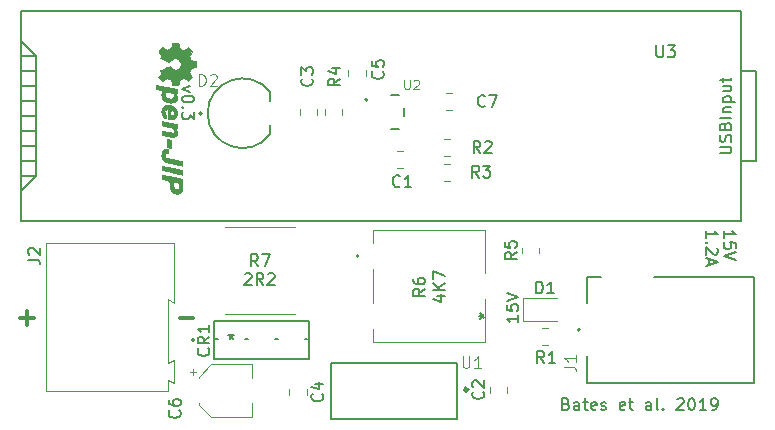
<source format=gbr>
%TF.GenerationSoftware,KiCad,Pcbnew,(6.0.7-1)-1*%
%TF.CreationDate,2022-10-05T22:32:41+11:00*%
%TF.ProjectId,open_jip,6f70656e-5f6a-4697-902e-6b696361645f,rev?*%
%TF.SameCoordinates,Original*%
%TF.FileFunction,Legend,Top*%
%TF.FilePolarity,Positive*%
%FSLAX46Y46*%
G04 Gerber Fmt 4.6, Leading zero omitted, Abs format (unit mm)*
G04 Created by KiCad (PCBNEW (6.0.7-1)-1) date 2022-10-05 22:32:41*
%MOMM*%
%LPD*%
G01*
G04 APERTURE LIST*
%ADD10C,0.300000*%
%ADD11C,0.150000*%
%ADD12C,0.100000*%
%ADD13C,0.120000*%
%ADD14C,0.152400*%
%ADD15C,0.127000*%
%ADD16C,0.200000*%
%ADD17C,0.010000*%
G04 APERTURE END LIST*
D10*
X143178571Y-99357142D02*
X144321428Y-99357142D01*
D11*
X187747619Y-92542857D02*
X187747619Y-91971428D01*
X187747619Y-92257142D02*
X188747619Y-92257142D01*
X188604761Y-92161904D01*
X188509523Y-92066666D01*
X188461904Y-91971428D01*
X187842857Y-92971428D02*
X187795238Y-93019047D01*
X187747619Y-92971428D01*
X187795238Y-92923809D01*
X187842857Y-92971428D01*
X187747619Y-92971428D01*
X188652380Y-93400000D02*
X188700000Y-93447619D01*
X188747619Y-93542857D01*
X188747619Y-93780952D01*
X188700000Y-93876190D01*
X188652380Y-93923809D01*
X188557142Y-93971428D01*
X188461904Y-93971428D01*
X188319047Y-93923809D01*
X187747619Y-93352380D01*
X187747619Y-93971428D01*
X188033333Y-94352380D02*
X188033333Y-94828571D01*
X187747619Y-94257142D02*
X188747619Y-94590476D01*
X187747619Y-94923809D01*
X144058285Y-79695428D02*
X143391619Y-79933523D01*
X144058285Y-80171619D01*
X144391619Y-80743047D02*
X144391619Y-80838285D01*
X144344000Y-80933523D01*
X144296380Y-80981142D01*
X144201142Y-81028761D01*
X144010666Y-81076380D01*
X143772571Y-81076380D01*
X143582095Y-81028761D01*
X143486857Y-80981142D01*
X143439238Y-80933523D01*
X143391619Y-80838285D01*
X143391619Y-80743047D01*
X143439238Y-80647809D01*
X143486857Y-80600190D01*
X143582095Y-80552571D01*
X143772571Y-80504952D01*
X144010666Y-80504952D01*
X144201142Y-80552571D01*
X144296380Y-80600190D01*
X144344000Y-80647809D01*
X144391619Y-80743047D01*
X143486857Y-81504952D02*
X143439238Y-81552571D01*
X143391619Y-81504952D01*
X143439238Y-81457333D01*
X143486857Y-81504952D01*
X143391619Y-81504952D01*
X144391619Y-81885904D02*
X144391619Y-82504952D01*
X144010666Y-82171619D01*
X144010666Y-82314476D01*
X143963047Y-82409714D01*
X143915428Y-82457333D01*
X143820190Y-82504952D01*
X143582095Y-82504952D01*
X143486857Y-82457333D01*
X143439238Y-82409714D01*
X143391619Y-82314476D01*
X143391619Y-82028761D01*
X143439238Y-81933523D01*
X143486857Y-81885904D01*
X175903714Y-106608571D02*
X176046571Y-106656190D01*
X176094190Y-106703809D01*
X176141809Y-106799047D01*
X176141809Y-106941904D01*
X176094190Y-107037142D01*
X176046571Y-107084761D01*
X175951333Y-107132380D01*
X175570380Y-107132380D01*
X175570380Y-106132380D01*
X175903714Y-106132380D01*
X175998952Y-106180000D01*
X176046571Y-106227619D01*
X176094190Y-106322857D01*
X176094190Y-106418095D01*
X176046571Y-106513333D01*
X175998952Y-106560952D01*
X175903714Y-106608571D01*
X175570380Y-106608571D01*
X176998952Y-107132380D02*
X176998952Y-106608571D01*
X176951333Y-106513333D01*
X176856095Y-106465714D01*
X176665619Y-106465714D01*
X176570380Y-106513333D01*
X176998952Y-107084761D02*
X176903714Y-107132380D01*
X176665619Y-107132380D01*
X176570380Y-107084761D01*
X176522761Y-106989523D01*
X176522761Y-106894285D01*
X176570380Y-106799047D01*
X176665619Y-106751428D01*
X176903714Y-106751428D01*
X176998952Y-106703809D01*
X177332285Y-106465714D02*
X177713238Y-106465714D01*
X177475142Y-106132380D02*
X177475142Y-106989523D01*
X177522761Y-107084761D01*
X177618000Y-107132380D01*
X177713238Y-107132380D01*
X178427523Y-107084761D02*
X178332285Y-107132380D01*
X178141809Y-107132380D01*
X178046571Y-107084761D01*
X177998952Y-106989523D01*
X177998952Y-106608571D01*
X178046571Y-106513333D01*
X178141809Y-106465714D01*
X178332285Y-106465714D01*
X178427523Y-106513333D01*
X178475142Y-106608571D01*
X178475142Y-106703809D01*
X177998952Y-106799047D01*
X178856095Y-107084761D02*
X178951333Y-107132380D01*
X179141809Y-107132380D01*
X179237047Y-107084761D01*
X179284666Y-106989523D01*
X179284666Y-106941904D01*
X179237047Y-106846666D01*
X179141809Y-106799047D01*
X178998952Y-106799047D01*
X178903714Y-106751428D01*
X178856095Y-106656190D01*
X178856095Y-106608571D01*
X178903714Y-106513333D01*
X178998952Y-106465714D01*
X179141809Y-106465714D01*
X179237047Y-106513333D01*
X180856095Y-107084761D02*
X180760857Y-107132380D01*
X180570380Y-107132380D01*
X180475142Y-107084761D01*
X180427523Y-106989523D01*
X180427523Y-106608571D01*
X180475142Y-106513333D01*
X180570380Y-106465714D01*
X180760857Y-106465714D01*
X180856095Y-106513333D01*
X180903714Y-106608571D01*
X180903714Y-106703809D01*
X180427523Y-106799047D01*
X181189428Y-106465714D02*
X181570380Y-106465714D01*
X181332285Y-106132380D02*
X181332285Y-106989523D01*
X181379904Y-107084761D01*
X181475142Y-107132380D01*
X181570380Y-107132380D01*
X183094190Y-107132380D02*
X183094190Y-106608571D01*
X183046571Y-106513333D01*
X182951333Y-106465714D01*
X182760857Y-106465714D01*
X182665619Y-106513333D01*
X183094190Y-107084761D02*
X182998952Y-107132380D01*
X182760857Y-107132380D01*
X182665619Y-107084761D01*
X182618000Y-106989523D01*
X182618000Y-106894285D01*
X182665619Y-106799047D01*
X182760857Y-106751428D01*
X182998952Y-106751428D01*
X183094190Y-106703809D01*
X183713238Y-107132380D02*
X183618000Y-107084761D01*
X183570380Y-106989523D01*
X183570380Y-106132380D01*
X184094190Y-107037142D02*
X184141809Y-107084761D01*
X184094190Y-107132380D01*
X184046571Y-107084761D01*
X184094190Y-107037142D01*
X184094190Y-107132380D01*
X185284666Y-106227619D02*
X185332285Y-106180000D01*
X185427523Y-106132380D01*
X185665619Y-106132380D01*
X185760857Y-106180000D01*
X185808476Y-106227619D01*
X185856095Y-106322857D01*
X185856095Y-106418095D01*
X185808476Y-106560952D01*
X185237047Y-107132380D01*
X185856095Y-107132380D01*
X186475142Y-106132380D02*
X186570380Y-106132380D01*
X186665619Y-106180000D01*
X186713238Y-106227619D01*
X186760857Y-106322857D01*
X186808476Y-106513333D01*
X186808476Y-106751428D01*
X186760857Y-106941904D01*
X186713238Y-107037142D01*
X186665619Y-107084761D01*
X186570380Y-107132380D01*
X186475142Y-107132380D01*
X186379904Y-107084761D01*
X186332285Y-107037142D01*
X186284666Y-106941904D01*
X186237047Y-106751428D01*
X186237047Y-106513333D01*
X186284666Y-106322857D01*
X186332285Y-106227619D01*
X186379904Y-106180000D01*
X186475142Y-106132380D01*
X187760857Y-107132380D02*
X187189428Y-107132380D01*
X187475142Y-107132380D02*
X187475142Y-106132380D01*
X187379904Y-106275238D01*
X187284666Y-106370476D01*
X187189428Y-106418095D01*
X188237047Y-107132380D02*
X188427523Y-107132380D01*
X188522761Y-107084761D01*
X188570380Y-107037142D01*
X188665619Y-106894285D01*
X188713238Y-106703809D01*
X188713238Y-106322857D01*
X188665619Y-106227619D01*
X188617999Y-106180000D01*
X188522761Y-106132380D01*
X188332285Y-106132380D01*
X188237047Y-106180000D01*
X188189428Y-106227619D01*
X188141809Y-106322857D01*
X188141809Y-106560952D01*
X188189428Y-106656190D01*
X188237047Y-106703809D01*
X188332285Y-106751428D01*
X188522761Y-106751428D01*
X188617999Y-106703809D01*
X188665619Y-106656190D01*
X188713238Y-106560952D01*
D10*
X129678571Y-99357142D02*
X130821428Y-99357142D01*
X130250000Y-99928571D02*
X130250000Y-98785714D01*
D11*
X171852380Y-99119047D02*
X171852380Y-99690476D01*
X171852380Y-99404761D02*
X170852380Y-99404761D01*
X170995238Y-99500000D01*
X171090476Y-99595238D01*
X171138095Y-99690476D01*
X170852380Y-98214285D02*
X170852380Y-98690476D01*
X171328571Y-98738095D01*
X171280952Y-98690476D01*
X171233333Y-98595238D01*
X171233333Y-98357142D01*
X171280952Y-98261904D01*
X171328571Y-98214285D01*
X171423809Y-98166666D01*
X171661904Y-98166666D01*
X171757142Y-98214285D01*
X171804761Y-98261904D01*
X171852380Y-98357142D01*
X171852380Y-98595238D01*
X171804761Y-98690476D01*
X171757142Y-98738095D01*
X170852380Y-97880952D02*
X171852380Y-97547619D01*
X170852380Y-97214285D01*
X189247619Y-92530952D02*
X189247619Y-91959523D01*
X189247619Y-92245238D02*
X190247619Y-92245238D01*
X190104761Y-92150000D01*
X190009523Y-92054761D01*
X189961904Y-91959523D01*
X190247619Y-93435714D02*
X190247619Y-92959523D01*
X189771428Y-92911904D01*
X189819047Y-92959523D01*
X189866666Y-93054761D01*
X189866666Y-93292857D01*
X189819047Y-93388095D01*
X189771428Y-93435714D01*
X189676190Y-93483333D01*
X189438095Y-93483333D01*
X189342857Y-93435714D01*
X189295238Y-93388095D01*
X189247619Y-93292857D01*
X189247619Y-93054761D01*
X189295238Y-92959523D01*
X189342857Y-92911904D01*
X190247619Y-93769047D02*
X189247619Y-94102380D01*
X190247619Y-94435714D01*
%TO.C,D1*%
X173361904Y-97252380D02*
X173361904Y-96252380D01*
X173600000Y-96252380D01*
X173742857Y-96300000D01*
X173838095Y-96395238D01*
X173885714Y-96490476D01*
X173933333Y-96680952D01*
X173933333Y-96823809D01*
X173885714Y-97014285D01*
X173838095Y-97109523D01*
X173742857Y-97204761D01*
X173600000Y-97252380D01*
X173361904Y-97252380D01*
X174885714Y-97252380D02*
X174314285Y-97252380D01*
X174600000Y-97252380D02*
X174600000Y-96252380D01*
X174504761Y-96395238D01*
X174409523Y-96490476D01*
X174314285Y-96538095D01*
%TO.C,R1*%
X174033333Y-103152380D02*
X173700000Y-102676190D01*
X173461904Y-103152380D02*
X173461904Y-102152380D01*
X173842857Y-102152380D01*
X173938095Y-102200000D01*
X173985714Y-102247619D01*
X174033333Y-102342857D01*
X174033333Y-102485714D01*
X173985714Y-102580952D01*
X173938095Y-102628571D01*
X173842857Y-102676190D01*
X173461904Y-102676190D01*
X174985714Y-103152380D02*
X174414285Y-103152380D01*
X174700000Y-103152380D02*
X174700000Y-102152380D01*
X174604761Y-102295238D01*
X174509523Y-102390476D01*
X174414285Y-102438095D01*
%TO.C,C2*%
X168857142Y-105576666D02*
X168904761Y-105624285D01*
X168952380Y-105767142D01*
X168952380Y-105862380D01*
X168904761Y-106005238D01*
X168809523Y-106100476D01*
X168714285Y-106148095D01*
X168523809Y-106195714D01*
X168380952Y-106195714D01*
X168190476Y-106148095D01*
X168095238Y-106100476D01*
X168000000Y-106005238D01*
X167952380Y-105862380D01*
X167952380Y-105767142D01*
X168000000Y-105624285D01*
X168047619Y-105576666D01*
X168047619Y-105195714D02*
X168000000Y-105148095D01*
X167952380Y-105052857D01*
X167952380Y-104814761D01*
X168000000Y-104719523D01*
X168047619Y-104671904D01*
X168142857Y-104624285D01*
X168238095Y-104624285D01*
X168380952Y-104671904D01*
X168952380Y-105243333D01*
X168952380Y-104624285D01*
%TO.C,C4*%
X155237142Y-105766666D02*
X155284761Y-105814285D01*
X155332380Y-105957142D01*
X155332380Y-106052380D01*
X155284761Y-106195238D01*
X155189523Y-106290476D01*
X155094285Y-106338095D01*
X154903809Y-106385714D01*
X154760952Y-106385714D01*
X154570476Y-106338095D01*
X154475238Y-106290476D01*
X154380000Y-106195238D01*
X154332380Y-106052380D01*
X154332380Y-105957142D01*
X154380000Y-105814285D01*
X154427619Y-105766666D01*
X154665714Y-104909523D02*
X155332380Y-104909523D01*
X154284761Y-105147619D02*
X154999047Y-105385714D01*
X154999047Y-104766666D01*
%TO.C,C6*%
X143157142Y-107166666D02*
X143204761Y-107214285D01*
X143252380Y-107357142D01*
X143252380Y-107452380D01*
X143204761Y-107595238D01*
X143109523Y-107690476D01*
X143014285Y-107738095D01*
X142823809Y-107785714D01*
X142680952Y-107785714D01*
X142490476Y-107738095D01*
X142395238Y-107690476D01*
X142300000Y-107595238D01*
X142252380Y-107452380D01*
X142252380Y-107357142D01*
X142300000Y-107214285D01*
X142347619Y-107166666D01*
X142252380Y-106309523D02*
X142252380Y-106500000D01*
X142300000Y-106595238D01*
X142347619Y-106642857D01*
X142490476Y-106738095D01*
X142680952Y-106785714D01*
X143061904Y-106785714D01*
X143157142Y-106738095D01*
X143204761Y-106690476D01*
X143252380Y-106595238D01*
X143252380Y-106404761D01*
X143204761Y-106309523D01*
X143157142Y-106261904D01*
X143061904Y-106214285D01*
X142823809Y-106214285D01*
X142728571Y-106261904D01*
X142680952Y-106309523D01*
X142633333Y-106404761D01*
X142633333Y-106595238D01*
X142680952Y-106690476D01*
X142728571Y-106738095D01*
X142823809Y-106785714D01*
%TO.C,CR1*%
X145606142Y-101916666D02*
X145653761Y-101964285D01*
X145701380Y-102107142D01*
X145701380Y-102202380D01*
X145653761Y-102345238D01*
X145558523Y-102440476D01*
X145463285Y-102488095D01*
X145272809Y-102535714D01*
X145129952Y-102535714D01*
X144939476Y-102488095D01*
X144844238Y-102440476D01*
X144749000Y-102345238D01*
X144701380Y-102202380D01*
X144701380Y-102107142D01*
X144749000Y-101964285D01*
X144796619Y-101916666D01*
X145701380Y-100916666D02*
X145225190Y-101250000D01*
X145701380Y-101488095D02*
X144701380Y-101488095D01*
X144701380Y-101107142D01*
X144749000Y-101011904D01*
X144796619Y-100964285D01*
X144891857Y-100916666D01*
X145034714Y-100916666D01*
X145129952Y-100964285D01*
X145177571Y-101011904D01*
X145225190Y-101107142D01*
X145225190Y-101488095D01*
X145701380Y-99964285D02*
X145701380Y-100535714D01*
X145701380Y-100250000D02*
X144701380Y-100250000D01*
X144844238Y-100345238D01*
X144939476Y-100440476D01*
X144987095Y-100535714D01*
X147549000Y-100652380D02*
X147549000Y-100890476D01*
X147310904Y-100795238D02*
X147549000Y-100890476D01*
X147787095Y-100795238D01*
X147406142Y-101080952D02*
X147549000Y-100890476D01*
X147691857Y-101080952D01*
D12*
%TO.C,D2*%
X144803904Y-79700380D02*
X144803904Y-78700380D01*
X145042000Y-78700380D01*
X145184857Y-78748000D01*
X145280095Y-78843238D01*
X145327714Y-78938476D01*
X145375333Y-79128952D01*
X145375333Y-79271809D01*
X145327714Y-79462285D01*
X145280095Y-79557523D01*
X145184857Y-79652761D01*
X145042000Y-79700380D01*
X144803904Y-79700380D01*
X145756285Y-78795619D02*
X145803904Y-78748000D01*
X145899142Y-78700380D01*
X146137238Y-78700380D01*
X146232476Y-78748000D01*
X146280095Y-78795619D01*
X146327714Y-78890857D01*
X146327714Y-78986095D01*
X146280095Y-79128952D01*
X145708666Y-79700380D01*
X146327714Y-79700380D01*
D11*
%TO.C,J2*%
X130354380Y-94405333D02*
X131068666Y-94405333D01*
X131211523Y-94452952D01*
X131306761Y-94548190D01*
X131354380Y-94691047D01*
X131354380Y-94786285D01*
X130449619Y-93976761D02*
X130402000Y-93929142D01*
X130354380Y-93833904D01*
X130354380Y-93595809D01*
X130402000Y-93500571D01*
X130449619Y-93452952D01*
X130544857Y-93405333D01*
X130640095Y-93405333D01*
X130782952Y-93452952D01*
X131354380Y-94024380D01*
X131354380Y-93405333D01*
D12*
%TO.C,U1*%
X167132023Y-102576329D02*
X167132023Y-103385929D01*
X167179647Y-103481176D01*
X167227270Y-103528799D01*
X167322517Y-103576423D01*
X167513011Y-103576423D01*
X167608258Y-103528799D01*
X167655882Y-103481176D01*
X167703505Y-103385929D01*
X167703505Y-102576329D01*
X168703599Y-103576423D02*
X168132117Y-103576423D01*
X168417858Y-103576423D02*
X168417858Y-102576329D01*
X168322611Y-102719200D01*
X168227364Y-102814447D01*
X168132117Y-102862070D01*
%TO.C,U2*%
X162190476Y-79161904D02*
X162190476Y-79809523D01*
X162228571Y-79885714D01*
X162266666Y-79923809D01*
X162342857Y-79961904D01*
X162495238Y-79961904D01*
X162571428Y-79923809D01*
X162609523Y-79885714D01*
X162647619Y-79809523D01*
X162647619Y-79161904D01*
X162990476Y-79238095D02*
X163028571Y-79200000D01*
X163104761Y-79161904D01*
X163295238Y-79161904D01*
X163371428Y-79200000D01*
X163409523Y-79238095D01*
X163447619Y-79314285D01*
X163447619Y-79390476D01*
X163409523Y-79504761D01*
X162952380Y-79961904D01*
X163447619Y-79961904D01*
D11*
%TO.C,U3*%
X183538095Y-76252380D02*
X183538095Y-77061904D01*
X183585714Y-77157142D01*
X183633333Y-77204761D01*
X183728571Y-77252380D01*
X183919047Y-77252380D01*
X184014285Y-77204761D01*
X184061904Y-77157142D01*
X184109523Y-77061904D01*
X184109523Y-76252380D01*
X184490476Y-76252380D02*
X185109523Y-76252380D01*
X184776190Y-76633333D01*
X184919047Y-76633333D01*
X185014285Y-76680952D01*
X185061904Y-76728571D01*
X185109523Y-76823809D01*
X185109523Y-77061904D01*
X185061904Y-77157142D01*
X185014285Y-77204761D01*
X184919047Y-77252380D01*
X184633333Y-77252380D01*
X184538095Y-77204761D01*
X184490476Y-77157142D01*
X188887381Y-85407858D02*
X189696905Y-85407858D01*
X189792143Y-85360239D01*
X189839762Y-85312620D01*
X189887381Y-85217381D01*
X189887381Y-85026905D01*
X189839762Y-84931667D01*
X189792143Y-84884048D01*
X189696905Y-84836429D01*
X188887381Y-84836429D01*
X189839762Y-84407858D02*
X189887381Y-84265001D01*
X189887381Y-84026905D01*
X189839762Y-83931667D01*
X189792143Y-83884048D01*
X189696905Y-83836429D01*
X189601667Y-83836429D01*
X189506429Y-83884048D01*
X189458810Y-83931667D01*
X189411191Y-84026905D01*
X189363572Y-84217381D01*
X189315953Y-84312620D01*
X189268334Y-84360239D01*
X189173096Y-84407858D01*
X189077858Y-84407858D01*
X188982620Y-84360239D01*
X188935001Y-84312620D01*
X188887381Y-84217381D01*
X188887381Y-83979286D01*
X188935001Y-83836429D01*
X189363572Y-83074524D02*
X189411191Y-82931667D01*
X189458810Y-82884048D01*
X189554048Y-82836429D01*
X189696905Y-82836429D01*
X189792143Y-82884048D01*
X189839762Y-82931667D01*
X189887381Y-83026905D01*
X189887381Y-83407858D01*
X188887381Y-83407858D01*
X188887381Y-83074524D01*
X188935001Y-82979286D01*
X188982620Y-82931667D01*
X189077858Y-82884048D01*
X189173096Y-82884048D01*
X189268334Y-82931667D01*
X189315953Y-82979286D01*
X189363572Y-83074524D01*
X189363572Y-83407858D01*
X189887381Y-82407858D02*
X188887381Y-82407858D01*
X189220715Y-81931667D02*
X189887381Y-81931667D01*
X189315953Y-81931667D02*
X189268334Y-81884048D01*
X189220715Y-81788810D01*
X189220715Y-81645953D01*
X189268334Y-81550715D01*
X189363572Y-81503096D01*
X189887381Y-81503096D01*
X189220715Y-81026905D02*
X190220715Y-81026905D01*
X189268334Y-81026905D02*
X189220715Y-80931667D01*
X189220715Y-80741191D01*
X189268334Y-80645953D01*
X189315953Y-80598334D01*
X189411191Y-80550715D01*
X189696905Y-80550715D01*
X189792143Y-80598334D01*
X189839762Y-80645953D01*
X189887381Y-80741191D01*
X189887381Y-80931667D01*
X189839762Y-81026905D01*
X189220715Y-79693572D02*
X189887381Y-79693572D01*
X189220715Y-80122143D02*
X189744524Y-80122143D01*
X189839762Y-80074524D01*
X189887381Y-79979286D01*
X189887381Y-79836429D01*
X189839762Y-79741191D01*
X189792143Y-79693572D01*
X189220715Y-79360239D02*
X189220715Y-78979286D01*
X188887381Y-79217381D02*
X189744524Y-79217381D01*
X189839762Y-79169762D01*
X189887381Y-79074524D01*
X189887381Y-78979286D01*
D12*
%TO.C,J1*%
X175728380Y-103457333D02*
X176442666Y-103457333D01*
X176585523Y-103504952D01*
X176680761Y-103600190D01*
X176728380Y-103743047D01*
X176728380Y-103838285D01*
X176728380Y-102457333D02*
X176728380Y-103028761D01*
X176728380Y-102743047D02*
X175728380Y-102743047D01*
X175871238Y-102838285D01*
X175966476Y-102933523D01*
X176014095Y-103028761D01*
D11*
%TO.C,C3*%
X154357142Y-79066666D02*
X154404761Y-79114285D01*
X154452380Y-79257142D01*
X154452380Y-79352380D01*
X154404761Y-79495238D01*
X154309523Y-79590476D01*
X154214285Y-79638095D01*
X154023809Y-79685714D01*
X153880952Y-79685714D01*
X153690476Y-79638095D01*
X153595238Y-79590476D01*
X153500000Y-79495238D01*
X153452380Y-79352380D01*
X153452380Y-79257142D01*
X153500000Y-79114285D01*
X153547619Y-79066666D01*
X153452380Y-78733333D02*
X153452380Y-78114285D01*
X153833333Y-78447619D01*
X153833333Y-78304761D01*
X153880952Y-78209523D01*
X153928571Y-78161904D01*
X154023809Y-78114285D01*
X154261904Y-78114285D01*
X154357142Y-78161904D01*
X154404761Y-78209523D01*
X154452380Y-78304761D01*
X154452380Y-78590476D01*
X154404761Y-78685714D01*
X154357142Y-78733333D01*
%TO.C,R5*%
X171702380Y-93766666D02*
X171226190Y-94100000D01*
X171702380Y-94338095D02*
X170702380Y-94338095D01*
X170702380Y-93957142D01*
X170750000Y-93861904D01*
X170797619Y-93814285D01*
X170892857Y-93766666D01*
X171035714Y-93766666D01*
X171130952Y-93814285D01*
X171178571Y-93861904D01*
X171226190Y-93957142D01*
X171226190Y-94338095D01*
X170702380Y-92861904D02*
X170702380Y-93338095D01*
X171178571Y-93385714D01*
X171130952Y-93338095D01*
X171083333Y-93242857D01*
X171083333Y-93004761D01*
X171130952Y-92909523D01*
X171178571Y-92861904D01*
X171273809Y-92814285D01*
X171511904Y-92814285D01*
X171607142Y-92861904D01*
X171654761Y-92909523D01*
X171702380Y-93004761D01*
X171702380Y-93242857D01*
X171654761Y-93338095D01*
X171607142Y-93385714D01*
%TO.C,R4*%
X156752380Y-79066666D02*
X156276190Y-79400000D01*
X156752380Y-79638095D02*
X155752380Y-79638095D01*
X155752380Y-79257142D01*
X155800000Y-79161904D01*
X155847619Y-79114285D01*
X155942857Y-79066666D01*
X156085714Y-79066666D01*
X156180952Y-79114285D01*
X156228571Y-79161904D01*
X156276190Y-79257142D01*
X156276190Y-79638095D01*
X156085714Y-78209523D02*
X156752380Y-78209523D01*
X155704761Y-78447619D02*
X156419047Y-78685714D01*
X156419047Y-78066666D01*
%TO.C,C5*%
X160357142Y-78466666D02*
X160404761Y-78514285D01*
X160452380Y-78657142D01*
X160452380Y-78752380D01*
X160404761Y-78895238D01*
X160309523Y-78990476D01*
X160214285Y-79038095D01*
X160023809Y-79085714D01*
X159880952Y-79085714D01*
X159690476Y-79038095D01*
X159595238Y-78990476D01*
X159500000Y-78895238D01*
X159452380Y-78752380D01*
X159452380Y-78657142D01*
X159500000Y-78514285D01*
X159547619Y-78466666D01*
X159452380Y-77561904D02*
X159452380Y-78038095D01*
X159928571Y-78085714D01*
X159880952Y-78038095D01*
X159833333Y-77942857D01*
X159833333Y-77704761D01*
X159880952Y-77609523D01*
X159928571Y-77561904D01*
X160023809Y-77514285D01*
X160261904Y-77514285D01*
X160357142Y-77561904D01*
X160404761Y-77609523D01*
X160452380Y-77704761D01*
X160452380Y-77942857D01*
X160404761Y-78038095D01*
X160357142Y-78085714D01*
%TO.C,R7*%
X149788933Y-94952380D02*
X149455600Y-94476190D01*
X149217504Y-94952380D02*
X149217504Y-93952380D01*
X149598457Y-93952380D01*
X149693695Y-94000000D01*
X149741314Y-94047619D01*
X149788933Y-94142857D01*
X149788933Y-94285714D01*
X149741314Y-94380952D01*
X149693695Y-94428571D01*
X149598457Y-94476190D01*
X149217504Y-94476190D01*
X150122266Y-93952380D02*
X150788933Y-93952380D01*
X150360361Y-94952380D01*
X148693695Y-95647619D02*
X148741314Y-95600000D01*
X148836552Y-95552380D01*
X149074647Y-95552380D01*
X149169885Y-95600000D01*
X149217504Y-95647619D01*
X149265123Y-95742857D01*
X149265123Y-95838095D01*
X149217504Y-95980952D01*
X148646076Y-96552380D01*
X149265123Y-96552380D01*
X150265123Y-96552380D02*
X149931790Y-96076190D01*
X149693695Y-96552380D02*
X149693695Y-95552380D01*
X150074647Y-95552380D01*
X150169885Y-95600000D01*
X150217504Y-95647619D01*
X150265123Y-95742857D01*
X150265123Y-95885714D01*
X150217504Y-95980952D01*
X150169885Y-96028571D01*
X150074647Y-96076190D01*
X149693695Y-96076190D01*
X150646076Y-95647619D02*
X150693695Y-95600000D01*
X150788933Y-95552380D01*
X151027028Y-95552380D01*
X151122266Y-95600000D01*
X151169885Y-95647619D01*
X151217504Y-95742857D01*
X151217504Y-95838095D01*
X151169885Y-95980952D01*
X150598457Y-96552380D01*
X151217504Y-96552380D01*
%TO.C,R3*%
X168533333Y-87452380D02*
X168200000Y-86976190D01*
X167961904Y-87452380D02*
X167961904Y-86452380D01*
X168342857Y-86452380D01*
X168438095Y-86500000D01*
X168485714Y-86547619D01*
X168533333Y-86642857D01*
X168533333Y-86785714D01*
X168485714Y-86880952D01*
X168438095Y-86928571D01*
X168342857Y-86976190D01*
X167961904Y-86976190D01*
X168866666Y-86452380D02*
X169485714Y-86452380D01*
X169152380Y-86833333D01*
X169295238Y-86833333D01*
X169390476Y-86880952D01*
X169438095Y-86928571D01*
X169485714Y-87023809D01*
X169485714Y-87261904D01*
X169438095Y-87357142D01*
X169390476Y-87404761D01*
X169295238Y-87452380D01*
X169009523Y-87452380D01*
X168914285Y-87404761D01*
X168866666Y-87357142D01*
%TO.C,C1*%
X161833333Y-88157142D02*
X161785714Y-88204761D01*
X161642857Y-88252380D01*
X161547619Y-88252380D01*
X161404761Y-88204761D01*
X161309523Y-88109523D01*
X161261904Y-88014285D01*
X161214285Y-87823809D01*
X161214285Y-87680952D01*
X161261904Y-87490476D01*
X161309523Y-87395238D01*
X161404761Y-87300000D01*
X161547619Y-87252380D01*
X161642857Y-87252380D01*
X161785714Y-87300000D01*
X161833333Y-87347619D01*
X162785714Y-88252380D02*
X162214285Y-88252380D01*
X162500000Y-88252380D02*
X162500000Y-87252380D01*
X162404761Y-87395238D01*
X162309523Y-87490476D01*
X162214285Y-87538095D01*
%TO.C,R6*%
X163952380Y-96866666D02*
X163476190Y-97200000D01*
X163952380Y-97438095D02*
X162952380Y-97438095D01*
X162952380Y-97057142D01*
X163000000Y-96961904D01*
X163047619Y-96914285D01*
X163142857Y-96866666D01*
X163285714Y-96866666D01*
X163380952Y-96914285D01*
X163428571Y-96961904D01*
X163476190Y-97057142D01*
X163476190Y-97438095D01*
X162952380Y-96009523D02*
X162952380Y-96200000D01*
X163000000Y-96295238D01*
X163047619Y-96342857D01*
X163190476Y-96438095D01*
X163380952Y-96485714D01*
X163761904Y-96485714D01*
X163857142Y-96438095D01*
X163904761Y-96390476D01*
X163952380Y-96295238D01*
X163952380Y-96104761D01*
X163904761Y-96009523D01*
X163857142Y-95961904D01*
X163761904Y-95914285D01*
X163523809Y-95914285D01*
X163428571Y-95961904D01*
X163380952Y-96009523D01*
X163333333Y-96104761D01*
X163333333Y-96295238D01*
X163380952Y-96390476D01*
X163428571Y-96438095D01*
X163523809Y-96485714D01*
X164985714Y-97485714D02*
X165652380Y-97485714D01*
X164604761Y-97723809D02*
X165319047Y-97961904D01*
X165319047Y-97342857D01*
X165652380Y-96961904D02*
X164652380Y-96961904D01*
X165652380Y-96390476D02*
X165080952Y-96819047D01*
X164652380Y-96390476D02*
X165223809Y-96961904D01*
X164652380Y-96057142D02*
X164652380Y-95390476D01*
X165652380Y-95819047D01*
X168500580Y-99161800D02*
X168738676Y-99161800D01*
X168643438Y-99399895D02*
X168738676Y-99161800D01*
X168643438Y-98923704D01*
X168929152Y-99304657D02*
X168738676Y-99161800D01*
X168929152Y-99018942D01*
%TO.C,R2*%
X168633333Y-85352380D02*
X168300000Y-84876190D01*
X168061904Y-85352380D02*
X168061904Y-84352380D01*
X168442857Y-84352380D01*
X168538095Y-84400000D01*
X168585714Y-84447619D01*
X168633333Y-84542857D01*
X168633333Y-84685714D01*
X168585714Y-84780952D01*
X168538095Y-84828571D01*
X168442857Y-84876190D01*
X168061904Y-84876190D01*
X169014285Y-84447619D02*
X169061904Y-84400000D01*
X169157142Y-84352380D01*
X169395238Y-84352380D01*
X169490476Y-84400000D01*
X169538095Y-84447619D01*
X169585714Y-84542857D01*
X169585714Y-84638095D01*
X169538095Y-84780952D01*
X168966666Y-85352380D01*
X169585714Y-85352380D01*
%TO.C,C7*%
X169033333Y-81357142D02*
X168985714Y-81404761D01*
X168842857Y-81452380D01*
X168747619Y-81452380D01*
X168604761Y-81404761D01*
X168509523Y-81309523D01*
X168461904Y-81214285D01*
X168414285Y-81023809D01*
X168414285Y-80880952D01*
X168461904Y-80690476D01*
X168509523Y-80595238D01*
X168604761Y-80500000D01*
X168747619Y-80452380D01*
X168842857Y-80452380D01*
X168985714Y-80500000D01*
X169033333Y-80547619D01*
X169366666Y-80452380D02*
X170033333Y-80452380D01*
X169604761Y-81452380D01*
D13*
%TO.C,D1*%
X172265000Y-99560000D02*
X175125000Y-99560000D01*
X175125000Y-97640000D02*
X172265000Y-97640000D01*
X172265000Y-97640000D02*
X172265000Y-99560000D01*
%TO.C,R1*%
X174327064Y-101635000D02*
X173872936Y-101635000D01*
X174327064Y-100165000D02*
X173872936Y-100165000D01*
%TO.C,C2*%
X169445000Y-105671252D02*
X169445000Y-105148748D01*
X170915000Y-105671252D02*
X170915000Y-105148748D01*
%TO.C,C4*%
X153935000Y-105338748D02*
X153935000Y-105861252D01*
X152465000Y-105338748D02*
X152465000Y-105861252D01*
%TO.C,C6*%
X145854437Y-107760000D02*
X149310000Y-107760000D01*
X144790000Y-104304437D02*
X144790000Y-104440000D01*
X145854437Y-103240000D02*
X149310000Y-103240000D01*
X144790000Y-106695563D02*
X145854437Y-107760000D01*
X149310000Y-103240000D02*
X149310000Y-104440000D01*
X144790000Y-106695563D02*
X144790000Y-106560000D01*
X144050000Y-103940000D02*
X144550000Y-103940000D01*
X149310000Y-107760000D02*
X149310000Y-106560000D01*
X144790000Y-104304437D02*
X145854437Y-103240000D01*
X144300000Y-103690000D02*
X144300000Y-104190000D01*
D14*
%TO.C,CR1*%
X151246125Y-101149200D02*
X151471875Y-101149200D01*
X153786125Y-101149200D02*
X153987900Y-101149200D01*
X154114900Y-99625200D02*
X146063100Y-99625200D01*
X146063100Y-99625200D02*
X146063100Y-102774800D01*
X146063100Y-102774800D02*
X154114900Y-102774800D01*
X148707240Y-101149200D02*
X148931875Y-101149200D01*
X146190100Y-101149200D02*
X146390760Y-101149200D01*
X154114900Y-102774800D02*
X154114900Y-99625200D01*
X144412100Y-101200000D02*
G75*
G03*
X144412100Y-101200000I-127000J0D01*
G01*
D15*
%TO.C,D2*%
X150850000Y-80230000D02*
X150850000Y-81000000D01*
X150850000Y-83000000D02*
X150850000Y-83770000D01*
X150850000Y-80230000D02*
G75*
G03*
X150850000Y-83770000I-2359991J-1770000D01*
G01*
D16*
X145083178Y-82020000D02*
G75*
G03*
X145083178Y-82020000I-143178J0D01*
G01*
D13*
%TO.C,J2*%
X142700000Y-104850000D02*
X142700000Y-102950000D01*
X142700000Y-102950000D02*
X142700000Y-102900000D01*
X142200000Y-103150000D02*
X142200000Y-97750000D01*
X142200000Y-97750000D02*
X142700000Y-98050000D01*
X131850000Y-105550000D02*
X142200000Y-105550000D01*
X142700000Y-98050000D02*
X142700000Y-92950000D01*
X142200000Y-105550000D02*
X142200000Y-104600000D01*
X131850000Y-92950000D02*
X131850000Y-105550000D01*
X142200000Y-104600000D02*
X142700000Y-104850000D01*
X142700000Y-92950000D02*
X131850000Y-92950000D01*
X142700000Y-102900000D02*
X142200000Y-103150000D01*
D15*
%TO.C,U1*%
X166630000Y-107890000D02*
X155950000Y-107890000D01*
X166630000Y-103190000D02*
X166630000Y-107890000D01*
X155950000Y-103190000D02*
X166630000Y-103190000D01*
X155950000Y-107890000D02*
X155950000Y-103190000D01*
D10*
X167571419Y-105410000D02*
G75*
G03*
X167571419Y-105410000I-141419J0D01*
G01*
D15*
%TO.C,U2*%
X161730000Y-83350000D02*
X161070000Y-83350000D01*
X161070000Y-80450000D02*
X161730000Y-80450000D01*
X162200000Y-81565000D02*
X162200000Y-82235000D01*
D16*
X159090000Y-80850000D02*
G75*
G03*
X159090000Y-80850000I-100000J0D01*
G01*
D11*
%TO.C,U3*%
X131015001Y-78455001D02*
X129745001Y-78455001D01*
X131015001Y-77185001D02*
X129745001Y-77185001D01*
X129745001Y-91155001D02*
X129745001Y-73375001D01*
X131015001Y-77185001D02*
X131015001Y-87345001D01*
X131015001Y-84805001D02*
X129745001Y-84805001D01*
X191975001Y-78455001D02*
X191975001Y-86075001D01*
X131015001Y-86075001D02*
X129745001Y-86075001D01*
X131015001Y-82265001D02*
X129745001Y-82265001D01*
X129745001Y-75915001D02*
X131015001Y-77185001D01*
X131015001Y-87345001D02*
X129745001Y-88615001D01*
X131015001Y-87345001D02*
X129745001Y-87345001D01*
X131015001Y-80995001D02*
X129745001Y-80995001D01*
X191975001Y-86075001D02*
X190705001Y-86075001D01*
X190705001Y-73375001D02*
X129745001Y-73375001D01*
X190705001Y-78455001D02*
X191975001Y-78455001D01*
X131015001Y-79725001D02*
X129745001Y-79725001D01*
X190705001Y-73375001D02*
X190705001Y-91155001D01*
X129745001Y-91155001D02*
X190705001Y-91155001D01*
X131015001Y-83535001D02*
X129745001Y-83535001D01*
D15*
%TO.C,J1*%
X177652000Y-102550000D02*
X177652000Y-104830000D01*
X191842000Y-104830000D02*
X191842000Y-95830000D01*
X177652000Y-95830000D02*
X178882000Y-95830000D01*
X177652000Y-98110000D02*
X177652000Y-95830000D01*
X177652000Y-104830000D02*
X191842000Y-104830000D01*
X191842000Y-95830000D02*
X183322000Y-95830000D01*
D16*
X177052000Y-100330000D02*
G75*
G03*
X177052000Y-100330000I-100000J0D01*
G01*
%TO.C,G\u002A\u002A\u002A*%
G36*
X142656428Y-81432925D02*
G01*
X142788642Y-81546909D01*
X142884519Y-81690687D01*
X142939712Y-81860068D01*
X142949659Y-81937079D01*
X142942630Y-82113846D01*
X142894390Y-82262024D01*
X142807304Y-82379140D01*
X142683733Y-82462720D01*
X142526041Y-82510291D01*
X142391928Y-82520858D01*
X142320426Y-82520843D01*
X142268474Y-82515951D01*
X142232957Y-82499205D01*
X142210759Y-82463628D01*
X142198768Y-82402245D01*
X142193867Y-82308078D01*
X142193057Y-82190800D01*
X142396200Y-82190800D01*
X142486255Y-82190800D01*
X142582071Y-82169377D01*
X142652749Y-82112771D01*
X142693204Y-82032472D01*
X142698350Y-81939970D01*
X142663102Y-81846757D01*
X142647958Y-81825417D01*
X142589246Y-81767789D01*
X142516060Y-81717490D01*
X142447896Y-81686876D01*
X142422862Y-81682800D01*
X142409664Y-81707403D01*
X142400720Y-81778313D01*
X142396486Y-81891178D01*
X142396200Y-81936800D01*
X142396200Y-82190800D01*
X142193057Y-82190800D01*
X142192942Y-82174152D01*
X142193000Y-82075281D01*
X142191431Y-81913007D01*
X142186931Y-81784383D01*
X142179812Y-81694589D01*
X142170384Y-81648803D01*
X142167104Y-81644393D01*
X142120074Y-81639962D01*
X142052190Y-81658719D01*
X141982852Y-81692864D01*
X141931459Y-81734596D01*
X141926379Y-81741195D01*
X141889564Y-81835137D01*
X141895218Y-81940393D01*
X141941685Y-82043110D01*
X141966328Y-82074814D01*
X142010988Y-82130115D01*
X142031722Y-82176892D01*
X142034108Y-82236275D01*
X142026902Y-82304298D01*
X142011472Y-82386699D01*
X141991510Y-82435824D01*
X141978746Y-82444800D01*
X141930972Y-82425548D01*
X141866613Y-82375463D01*
X141797155Y-82306053D01*
X141734084Y-82228824D01*
X141688888Y-82155283D01*
X141688124Y-82153671D01*
X141646903Y-82018939D01*
X141634384Y-81865447D01*
X141650805Y-81715090D01*
X141682278Y-81617503D01*
X141768032Y-81487057D01*
X141888597Y-81389744D01*
X142037864Y-81328592D01*
X142209725Y-81306629D01*
X142300369Y-81311095D01*
X142422862Y-81337801D01*
X142492222Y-81352923D01*
X142656428Y-81432925D01*
G37*
D17*
X142656428Y-81432925D02*
X142788642Y-81546909D01*
X142884519Y-81690687D01*
X142939712Y-81860068D01*
X142949659Y-81937079D01*
X142942630Y-82113846D01*
X142894390Y-82262024D01*
X142807304Y-82379140D01*
X142683733Y-82462720D01*
X142526041Y-82510291D01*
X142391928Y-82520858D01*
X142320426Y-82520843D01*
X142268474Y-82515951D01*
X142232957Y-82499205D01*
X142210759Y-82463628D01*
X142198768Y-82402245D01*
X142193867Y-82308078D01*
X142193057Y-82190800D01*
X142396200Y-82190800D01*
X142486255Y-82190800D01*
X142582071Y-82169377D01*
X142652749Y-82112771D01*
X142693204Y-82032472D01*
X142698350Y-81939970D01*
X142663102Y-81846757D01*
X142647958Y-81825417D01*
X142589246Y-81767789D01*
X142516060Y-81717490D01*
X142447896Y-81686876D01*
X142422862Y-81682800D01*
X142409664Y-81707403D01*
X142400720Y-81778313D01*
X142396486Y-81891178D01*
X142396200Y-81936800D01*
X142396200Y-82190800D01*
X142193057Y-82190800D01*
X142192942Y-82174152D01*
X142193000Y-82075281D01*
X142191431Y-81913007D01*
X142186931Y-81784383D01*
X142179812Y-81694589D01*
X142170384Y-81648803D01*
X142167104Y-81644393D01*
X142120074Y-81639962D01*
X142052190Y-81658719D01*
X141982852Y-81692864D01*
X141931459Y-81734596D01*
X141926379Y-81741195D01*
X141889564Y-81835137D01*
X141895218Y-81940393D01*
X141941685Y-82043110D01*
X141966328Y-82074814D01*
X142010988Y-82130115D01*
X142031722Y-82176892D01*
X142034108Y-82236275D01*
X142026902Y-82304298D01*
X142011472Y-82386699D01*
X141991510Y-82435824D01*
X141978746Y-82444800D01*
X141930972Y-82425548D01*
X141866613Y-82375463D01*
X141797155Y-82306053D01*
X141734084Y-82228824D01*
X141688888Y-82155283D01*
X141688124Y-82153671D01*
X141646903Y-82018939D01*
X141634384Y-81865447D01*
X141650805Y-81715090D01*
X141682278Y-81617503D01*
X141768032Y-81487057D01*
X141888597Y-81389744D01*
X142037864Y-81328592D01*
X142209725Y-81306629D01*
X142300369Y-81311095D01*
X142422862Y-81337801D01*
X142492222Y-81352923D01*
X142656428Y-81432925D01*
G36*
X143081261Y-76190049D02*
G01*
X143106604Y-76321162D01*
X143126172Y-76412066D01*
X143144888Y-76472215D01*
X143167676Y-76511061D01*
X143199459Y-76538056D01*
X143245161Y-76562654D01*
X143285555Y-76582271D01*
X143368362Y-76619323D01*
X143439063Y-76644751D01*
X143473940Y-76652121D01*
X143515958Y-76638907D01*
X143586469Y-76602335D01*
X143673046Y-76549148D01*
X143711616Y-76523195D01*
X143900253Y-76392790D01*
X144250406Y-76742943D01*
X144110408Y-76952050D01*
X143970410Y-77161156D01*
X144034461Y-77318787D01*
X144071295Y-77401845D01*
X144105147Y-77465311D01*
X144127669Y-77494438D01*
X144165352Y-77506845D01*
X144238898Y-77523470D01*
X144333911Y-77541135D01*
X144356013Y-77544805D01*
X144555200Y-77577152D01*
X144555200Y-78095097D01*
X144104544Y-78182631D01*
X144037441Y-78351565D01*
X143970337Y-78520500D01*
X144248379Y-78926900D01*
X144073358Y-79102713D01*
X143898336Y-79278526D01*
X143692029Y-79143081D01*
X143485721Y-79007636D01*
X143316630Y-79082131D01*
X143227291Y-79123761D01*
X143174129Y-79157246D01*
X143145824Y-79192458D01*
X143131056Y-79239267D01*
X143129888Y-79244963D01*
X143114627Y-79320949D01*
X143094777Y-79419301D01*
X143082617Y-79479350D01*
X143052999Y-79625400D01*
X142553190Y-79625400D01*
X142522282Y-79441250D01*
X142500569Y-79319292D01*
X142479051Y-79236308D01*
X142450059Y-79181082D01*
X142405925Y-79142402D01*
X142338979Y-79109052D01*
X142278225Y-79084377D01*
X142104146Y-79015310D01*
X141921899Y-79142555D01*
X141837617Y-79199771D01*
X141768541Y-79243649D01*
X141725507Y-79267429D01*
X141717942Y-79269800D01*
X141691174Y-79252742D01*
X141640307Y-79208352D01*
X141575507Y-79146802D01*
X141506938Y-79078267D01*
X141444764Y-79012919D01*
X141399151Y-78960931D01*
X141380262Y-78932477D01*
X141380200Y-78931769D01*
X141393458Y-78903075D01*
X141428669Y-78843876D01*
X141478994Y-78765516D01*
X141494500Y-78742223D01*
X141556840Y-78646559D01*
X141592359Y-78580383D01*
X141603893Y-78531940D01*
X141594279Y-78489475D01*
X141566925Y-78442102D01*
X141542793Y-78388087D01*
X141547875Y-78356394D01*
X141575322Y-78342128D01*
X141639958Y-78312791D01*
X141732085Y-78272475D01*
X141842007Y-78225272D01*
X141960027Y-78175273D01*
X142076449Y-78126571D01*
X142181575Y-78083256D01*
X142265710Y-78049421D01*
X142319156Y-78029157D01*
X142332768Y-78025200D01*
X142348878Y-78044299D01*
X142383054Y-78092751D01*
X142403849Y-78123722D01*
X142500475Y-78227928D01*
X142620695Y-78294615D01*
X142754573Y-78324423D01*
X142892171Y-78317996D01*
X143023552Y-78275975D01*
X143138780Y-78199001D01*
X143227917Y-78087717D01*
X143237527Y-78069870D01*
X143287614Y-77920511D01*
X143289900Y-77770237D01*
X143245832Y-77627833D01*
X143156858Y-77502082D01*
X143141418Y-77486797D01*
X143010675Y-77392250D01*
X142872397Y-77346834D01*
X142731079Y-77350324D01*
X142591218Y-77402495D01*
X142457309Y-77503124D01*
X142438514Y-77521868D01*
X142315728Y-77648463D01*
X141924469Y-77487581D01*
X141773937Y-77424485D01*
X141666058Y-77376128D01*
X141595770Y-77339831D01*
X141558008Y-77312911D01*
X141547707Y-77292686D01*
X141548730Y-77288600D01*
X141582932Y-77202990D01*
X141598217Y-77145286D01*
X141592500Y-77097738D01*
X141563696Y-77042595D01*
X141510515Y-76963280D01*
X141457058Y-76882744D01*
X141415031Y-76816068D01*
X141392757Y-76776501D01*
X141391905Y-76774463D01*
X141403467Y-76743665D01*
X141444763Y-76687526D01*
X141508430Y-76615411D01*
X141552612Y-76570047D01*
X141725809Y-76398177D01*
X141911096Y-76528300D01*
X142096384Y-76658422D01*
X142282685Y-76587293D01*
X142468987Y-76516163D01*
X142513452Y-76280081D01*
X142557917Y-76044000D01*
X142805458Y-76043999D01*
X143052999Y-76043999D01*
X143081261Y-76190049D01*
G37*
X143081261Y-76190049D02*
X143106604Y-76321162D01*
X143126172Y-76412066D01*
X143144888Y-76472215D01*
X143167676Y-76511061D01*
X143199459Y-76538056D01*
X143245161Y-76562654D01*
X143285555Y-76582271D01*
X143368362Y-76619323D01*
X143439063Y-76644751D01*
X143473940Y-76652121D01*
X143515958Y-76638907D01*
X143586469Y-76602335D01*
X143673046Y-76549148D01*
X143711616Y-76523195D01*
X143900253Y-76392790D01*
X144250406Y-76742943D01*
X144110408Y-76952050D01*
X143970410Y-77161156D01*
X144034461Y-77318787D01*
X144071295Y-77401845D01*
X144105147Y-77465311D01*
X144127669Y-77494438D01*
X144165352Y-77506845D01*
X144238898Y-77523470D01*
X144333911Y-77541135D01*
X144356013Y-77544805D01*
X144555200Y-77577152D01*
X144555200Y-78095097D01*
X144104544Y-78182631D01*
X144037441Y-78351565D01*
X143970337Y-78520500D01*
X144248379Y-78926900D01*
X144073358Y-79102713D01*
X143898336Y-79278526D01*
X143692029Y-79143081D01*
X143485721Y-79007636D01*
X143316630Y-79082131D01*
X143227291Y-79123761D01*
X143174129Y-79157246D01*
X143145824Y-79192458D01*
X143131056Y-79239267D01*
X143129888Y-79244963D01*
X143114627Y-79320949D01*
X143094777Y-79419301D01*
X143082617Y-79479350D01*
X143052999Y-79625400D01*
X142553190Y-79625400D01*
X142522282Y-79441250D01*
X142500569Y-79319292D01*
X142479051Y-79236308D01*
X142450059Y-79181082D01*
X142405925Y-79142402D01*
X142338979Y-79109052D01*
X142278225Y-79084377D01*
X142104146Y-79015310D01*
X141921899Y-79142555D01*
X141837617Y-79199771D01*
X141768541Y-79243649D01*
X141725507Y-79267429D01*
X141717942Y-79269800D01*
X141691174Y-79252742D01*
X141640307Y-79208352D01*
X141575507Y-79146802D01*
X141506938Y-79078267D01*
X141444764Y-79012919D01*
X141399151Y-78960931D01*
X141380262Y-78932477D01*
X141380200Y-78931769D01*
X141393458Y-78903075D01*
X141428669Y-78843876D01*
X141478994Y-78765516D01*
X141494500Y-78742223D01*
X141556840Y-78646559D01*
X141592359Y-78580383D01*
X141603893Y-78531940D01*
X141594279Y-78489475D01*
X141566925Y-78442102D01*
X141542793Y-78388087D01*
X141547875Y-78356394D01*
X141575322Y-78342128D01*
X141639958Y-78312791D01*
X141732085Y-78272475D01*
X141842007Y-78225272D01*
X141960027Y-78175273D01*
X142076449Y-78126571D01*
X142181575Y-78083256D01*
X142265710Y-78049421D01*
X142319156Y-78029157D01*
X142332768Y-78025200D01*
X142348878Y-78044299D01*
X142383054Y-78092751D01*
X142403849Y-78123722D01*
X142500475Y-78227928D01*
X142620695Y-78294615D01*
X142754573Y-78324423D01*
X142892171Y-78317996D01*
X143023552Y-78275975D01*
X143138780Y-78199001D01*
X143227917Y-78087717D01*
X143237527Y-78069870D01*
X143287614Y-77920511D01*
X143289900Y-77770237D01*
X143245832Y-77627833D01*
X143156858Y-77502082D01*
X143141418Y-77486797D01*
X143010675Y-77392250D01*
X142872397Y-77346834D01*
X142731079Y-77350324D01*
X142591218Y-77402495D01*
X142457309Y-77503124D01*
X142438514Y-77521868D01*
X142315728Y-77648463D01*
X141924469Y-77487581D01*
X141773937Y-77424485D01*
X141666058Y-77376128D01*
X141595770Y-77339831D01*
X141558008Y-77312911D01*
X141547707Y-77292686D01*
X141548730Y-77288600D01*
X141582932Y-77202990D01*
X141598217Y-77145286D01*
X141592500Y-77097738D01*
X141563696Y-77042595D01*
X141510515Y-76963280D01*
X141457058Y-76882744D01*
X141415031Y-76816068D01*
X141392757Y-76776501D01*
X141391905Y-76774463D01*
X141403467Y-76743665D01*
X141444763Y-76687526D01*
X141508430Y-76615411D01*
X141552612Y-76570047D01*
X141725809Y-76398177D01*
X141911096Y-76528300D01*
X142096384Y-76658422D01*
X142282685Y-76587293D01*
X142468987Y-76516163D01*
X142513452Y-76280081D01*
X142557917Y-76044000D01*
X142805458Y-76043999D01*
X143052999Y-76043999D01*
X143081261Y-76190049D01*
G36*
X142173209Y-84209538D02*
G01*
X142236437Y-84223364D01*
X142317728Y-84240086D01*
X142332700Y-84243061D01*
X142434300Y-84263104D01*
X142441397Y-84599843D01*
X142448493Y-84936581D01*
X142352497Y-84918633D01*
X142263486Y-84902637D01*
X142201777Y-84887898D01*
X142162217Y-84865744D01*
X142139650Y-84827502D01*
X142128923Y-84764498D01*
X142124880Y-84668060D01*
X142122409Y-84531487D01*
X142115317Y-84196059D01*
X142173209Y-84209538D01*
G37*
X142173209Y-84209538D02*
X142236437Y-84223364D01*
X142317728Y-84240086D01*
X142332700Y-84243061D01*
X142434300Y-84263104D01*
X142441397Y-84599843D01*
X142448493Y-84936581D01*
X142352497Y-84918633D01*
X142263486Y-84902637D01*
X142201777Y-84887898D01*
X142162217Y-84865744D01*
X142139650Y-84827502D01*
X142128923Y-84764498D01*
X142124880Y-84668060D01*
X142122409Y-84531487D01*
X142115317Y-84196059D01*
X142173209Y-84209538D01*
G36*
X141704050Y-86467233D02*
G01*
X141738879Y-86475274D01*
X141817283Y-86492272D01*
X141933086Y-86516924D01*
X142080111Y-86547926D01*
X142252182Y-86583973D01*
X142443121Y-86623762D01*
X142580350Y-86652241D01*
X143412200Y-86824592D01*
X143412200Y-87012313D01*
X143409834Y-87113139D01*
X143401949Y-87169856D01*
X143387372Y-87188968D01*
X143380450Y-87187968D01*
X143348800Y-87180115D01*
X143273397Y-87163317D01*
X143160249Y-87138853D01*
X143015362Y-87108006D01*
X142844745Y-87072057D01*
X142654403Y-87032286D01*
X142504152Y-87001101D01*
X141659604Y-86826300D01*
X141659602Y-86640438D01*
X141660890Y-86544859D01*
X141666407Y-86490393D01*
X141678632Y-86467384D01*
X141700042Y-86466174D01*
X141704050Y-86467233D01*
G37*
X141704050Y-86467233D02*
X141738879Y-86475274D01*
X141817283Y-86492272D01*
X141933086Y-86516924D01*
X142080111Y-86547926D01*
X142252182Y-86583973D01*
X142443121Y-86623762D01*
X142580350Y-86652241D01*
X143412200Y-86824592D01*
X143412200Y-87012313D01*
X143409834Y-87113139D01*
X143401949Y-87169856D01*
X143387372Y-87188968D01*
X143380450Y-87187968D01*
X143348800Y-87180115D01*
X143273397Y-87163317D01*
X143160249Y-87138853D01*
X143015362Y-87108006D01*
X142844745Y-87072057D01*
X142654403Y-87032286D01*
X142504152Y-87001101D01*
X141659604Y-86826300D01*
X141659602Y-86640438D01*
X141660890Y-86544859D01*
X141666407Y-86490393D01*
X141678632Y-86467384D01*
X141700042Y-86466174D01*
X141704050Y-86467233D01*
G36*
X141696742Y-82678408D02*
G01*
X141766252Y-82692480D01*
X141871656Y-82714190D01*
X142006048Y-82742110D01*
X142162522Y-82774812D01*
X142284421Y-82800400D01*
X142453167Y-82835712D01*
X142605435Y-82867248D01*
X142734168Y-82893575D01*
X142832306Y-82913256D01*
X142892793Y-82924856D01*
X142908991Y-82927400D01*
X142919399Y-82950589D01*
X142926808Y-83011356D01*
X142929600Y-83095675D01*
X142929600Y-83263950D01*
X142855049Y-83249039D01*
X142780498Y-83234129D01*
X142861399Y-83364272D01*
X142906561Y-83444039D01*
X142931066Y-83513502D01*
X142940914Y-83595347D01*
X142942300Y-83670190D01*
X142940651Y-83764947D01*
X142932103Y-83825272D01*
X142911259Y-83867512D01*
X142872720Y-83908012D01*
X142859946Y-83919550D01*
X142791372Y-83970580D01*
X142723570Y-84005724D01*
X142709007Y-84010347D01*
X142657178Y-84011487D01*
X142561056Y-84001344D01*
X142425707Y-83980650D01*
X142256196Y-83950141D01*
X142150011Y-83929397D01*
X141659600Y-83831232D01*
X141659600Y-83658716D01*
X141661560Y-83572537D01*
X141666706Y-83510690D01*
X141673936Y-83486220D01*
X141674161Y-83486200D01*
X141702600Y-83491089D01*
X141772471Y-83504654D01*
X141875467Y-83525236D01*
X142003281Y-83551178D01*
X142125011Y-83576159D01*
X142271023Y-83604834D01*
X142402975Y-83628073D01*
X142511515Y-83644437D01*
X142587289Y-83652490D01*
X142618064Y-83651972D01*
X142673812Y-83616305D01*
X142698281Y-83552369D01*
X142692436Y-83471149D01*
X142657243Y-83383631D01*
X142593669Y-83300798D01*
X142586564Y-83293926D01*
X142525993Y-83248878D01*
X142440960Y-83207342D01*
X142325578Y-83167407D01*
X142173961Y-83127163D01*
X141980220Y-83084698D01*
X141881850Y-83065155D01*
X141659600Y-83022048D01*
X141659600Y-82847724D01*
X141660991Y-82761039D01*
X141664643Y-82698621D01*
X141669782Y-82673449D01*
X141670030Y-82673400D01*
X141696742Y-82678408D01*
G37*
X141696742Y-82678408D02*
X141766252Y-82692480D01*
X141871656Y-82714190D01*
X142006048Y-82742110D01*
X142162522Y-82774812D01*
X142284421Y-82800400D01*
X142453167Y-82835712D01*
X142605435Y-82867248D01*
X142734168Y-82893575D01*
X142832306Y-82913256D01*
X142892793Y-82924856D01*
X142908991Y-82927400D01*
X142919399Y-82950589D01*
X142926808Y-83011356D01*
X142929600Y-83095675D01*
X142929600Y-83263950D01*
X142855049Y-83249039D01*
X142780498Y-83234129D01*
X142861399Y-83364272D01*
X142906561Y-83444039D01*
X142931066Y-83513502D01*
X142940914Y-83595347D01*
X142942300Y-83670190D01*
X142940651Y-83764947D01*
X142932103Y-83825272D01*
X142911259Y-83867512D01*
X142872720Y-83908012D01*
X142859946Y-83919550D01*
X142791372Y-83970580D01*
X142723570Y-84005724D01*
X142709007Y-84010347D01*
X142657178Y-84011487D01*
X142561056Y-84001344D01*
X142425707Y-83980650D01*
X142256196Y-83950141D01*
X142150011Y-83929397D01*
X141659600Y-83831232D01*
X141659600Y-83658716D01*
X141661560Y-83572537D01*
X141666706Y-83510690D01*
X141673936Y-83486220D01*
X141674161Y-83486200D01*
X141702600Y-83491089D01*
X141772471Y-83504654D01*
X141875467Y-83525236D01*
X142003281Y-83551178D01*
X142125011Y-83576159D01*
X142271023Y-83604834D01*
X142402975Y-83628073D01*
X142511515Y-83644437D01*
X142587289Y-83652490D01*
X142618064Y-83651972D01*
X142673812Y-83616305D01*
X142698281Y-83552369D01*
X142692436Y-83471149D01*
X142657243Y-83383631D01*
X142593669Y-83300798D01*
X142586564Y-83293926D01*
X142525993Y-83248878D01*
X142440960Y-83207342D01*
X142325578Y-83167407D01*
X142173961Y-83127163D01*
X141980220Y-83084698D01*
X141881850Y-83065155D01*
X141659600Y-83022048D01*
X141659600Y-82847724D01*
X141660991Y-82761039D01*
X141664643Y-82698621D01*
X141669782Y-82673449D01*
X141670030Y-82673400D01*
X141696742Y-82678408D01*
G36*
X142924363Y-80139387D02*
G01*
X142927260Y-80228578D01*
X142923922Y-80277389D01*
X142911373Y-80296134D01*
X142886636Y-80295127D01*
X142879913Y-80293450D01*
X142846675Y-80285702D01*
X142833121Y-80290998D01*
X142840083Y-80318569D01*
X142868390Y-80377643D01*
X142891607Y-80423454D01*
X142944310Y-80572557D01*
X142952231Y-80716783D01*
X142916898Y-80848571D01*
X142839838Y-80960358D01*
X142771864Y-81016246D01*
X142704170Y-81053597D01*
X142628546Y-81076524D01*
X142527187Y-81089648D01*
X142475226Y-81093200D01*
X142269907Y-81086504D01*
X142084625Y-81044030D01*
X141924573Y-80969300D01*
X141794945Y-80865832D01*
X141700934Y-80737147D01*
X141647732Y-80586765D01*
X141639465Y-80526744D01*
X141637182Y-80450763D01*
X141893276Y-80450763D01*
X141929712Y-80543783D01*
X141936191Y-80554687D01*
X142008870Y-80631700D01*
X142116102Y-80694719D01*
X142242757Y-80739478D01*
X142373707Y-80761706D01*
X142493823Y-80757136D01*
X142568571Y-80733107D01*
X142655901Y-80666548D01*
X142699321Y-80585277D01*
X142700829Y-80496334D01*
X142662423Y-80406757D01*
X142586101Y-80323585D01*
X142473862Y-80253855D01*
X142426896Y-80234091D01*
X142268977Y-80192089D01*
X142132006Y-80191682D01*
X142019573Y-80232495D01*
X141959559Y-80282937D01*
X141902871Y-80367932D01*
X141893276Y-80450763D01*
X141637182Y-80450763D01*
X141635737Y-80402658D01*
X141651870Y-80309503D01*
X141692668Y-80229696D01*
X141735248Y-80176009D01*
X141810162Y-80090687D01*
X141538031Y-80034042D01*
X141422582Y-80009714D01*
X141322560Y-79988091D01*
X141250349Y-79971884D01*
X141221450Y-79964786D01*
X141197107Y-79949200D01*
X141183446Y-79912272D01*
X141177741Y-79842713D01*
X141177000Y-79780854D01*
X141177000Y-79609531D01*
X142046950Y-79790639D01*
X142132006Y-79808346D01*
X142916900Y-79971748D01*
X142924363Y-80139387D01*
G37*
X142924363Y-80139387D02*
X142927260Y-80228578D01*
X142923922Y-80277389D01*
X142911373Y-80296134D01*
X142886636Y-80295127D01*
X142879913Y-80293450D01*
X142846675Y-80285702D01*
X142833121Y-80290998D01*
X142840083Y-80318569D01*
X142868390Y-80377643D01*
X142891607Y-80423454D01*
X142944310Y-80572557D01*
X142952231Y-80716783D01*
X142916898Y-80848571D01*
X142839838Y-80960358D01*
X142771864Y-81016246D01*
X142704170Y-81053597D01*
X142628546Y-81076524D01*
X142527187Y-81089648D01*
X142475226Y-81093200D01*
X142269907Y-81086504D01*
X142084625Y-81044030D01*
X141924573Y-80969300D01*
X141794945Y-80865832D01*
X141700934Y-80737147D01*
X141647732Y-80586765D01*
X141639465Y-80526744D01*
X141637182Y-80450763D01*
X141893276Y-80450763D01*
X141929712Y-80543783D01*
X141936191Y-80554687D01*
X142008870Y-80631700D01*
X142116102Y-80694719D01*
X142242757Y-80739478D01*
X142373707Y-80761706D01*
X142493823Y-80757136D01*
X142568571Y-80733107D01*
X142655901Y-80666548D01*
X142699321Y-80585277D01*
X142700829Y-80496334D01*
X142662423Y-80406757D01*
X142586101Y-80323585D01*
X142473862Y-80253855D01*
X142426896Y-80234091D01*
X142268977Y-80192089D01*
X142132006Y-80191682D01*
X142019573Y-80232495D01*
X141959559Y-80282937D01*
X141902871Y-80367932D01*
X141893276Y-80450763D01*
X141637182Y-80450763D01*
X141635737Y-80402658D01*
X141651870Y-80309503D01*
X141692668Y-80229696D01*
X141735248Y-80176009D01*
X141810162Y-80090687D01*
X141538031Y-80034042D01*
X141422582Y-80009714D01*
X141322560Y-79988091D01*
X141250349Y-79971884D01*
X141221450Y-79964786D01*
X141197107Y-79949200D01*
X141183446Y-79912272D01*
X141177741Y-79842713D01*
X141177000Y-79780854D01*
X141177000Y-79609531D01*
X142046950Y-79790639D01*
X142132006Y-79808346D01*
X142916900Y-79971748D01*
X142924363Y-80139387D01*
G36*
X142928098Y-87465725D02*
G01*
X143056600Y-87492719D01*
X143399500Y-87564895D01*
X143399500Y-88033797D01*
X143399022Y-88202450D01*
X143397068Y-88328773D01*
X143392865Y-88421232D01*
X143385635Y-88488291D01*
X143374604Y-88538417D01*
X143358996Y-88580075D01*
X143347229Y-88604300D01*
X143268420Y-88707665D01*
X143162323Y-88776161D01*
X143037299Y-88811103D01*
X142901712Y-88813812D01*
X142763923Y-88785605D01*
X142632295Y-88727800D01*
X142515191Y-88641715D01*
X142420973Y-88528669D01*
X142380380Y-88451900D01*
X142357367Y-88376644D01*
X142340675Y-88268939D01*
X142329363Y-88121540D01*
X142325354Y-88028542D01*
X142322535Y-87947763D01*
X142623254Y-87947763D01*
X142628065Y-88045780D01*
X142639436Y-88143770D01*
X142656867Y-88229209D01*
X142673141Y-88276484D01*
X142731277Y-88360731D01*
X142809948Y-88418182D01*
X142897418Y-88446262D01*
X142981950Y-88442395D01*
X143051808Y-88404004D01*
X143080456Y-88365885D01*
X143092696Y-88318350D01*
X143102031Y-88235142D01*
X143106978Y-88131371D01*
X143107400Y-88090992D01*
X143107400Y-87866445D01*
X142894503Y-87822622D01*
X142794171Y-87802619D01*
X142711863Y-87787405D01*
X142661054Y-87779429D01*
X142653203Y-87778800D01*
X142635321Y-87801748D01*
X142625506Y-87862244D01*
X142623254Y-87947763D01*
X142322535Y-87947763D01*
X142314124Y-87706784D01*
X142145612Y-87668926D01*
X142025810Y-87642787D01*
X141896016Y-87615626D01*
X141818350Y-87600029D01*
X141659600Y-87568990D01*
X141659600Y-87200987D01*
X142186650Y-87310765D01*
X142372372Y-87349487D01*
X142567912Y-87390326D01*
X142653203Y-87408165D01*
X142758183Y-87430123D01*
X142928098Y-87465725D01*
G37*
X142928098Y-87465725D02*
X143056600Y-87492719D01*
X143399500Y-87564895D01*
X143399500Y-88033797D01*
X143399022Y-88202450D01*
X143397068Y-88328773D01*
X143392865Y-88421232D01*
X143385635Y-88488291D01*
X143374604Y-88538417D01*
X143358996Y-88580075D01*
X143347229Y-88604300D01*
X143268420Y-88707665D01*
X143162323Y-88776161D01*
X143037299Y-88811103D01*
X142901712Y-88813812D01*
X142763923Y-88785605D01*
X142632295Y-88727800D01*
X142515191Y-88641715D01*
X142420973Y-88528669D01*
X142380380Y-88451900D01*
X142357367Y-88376644D01*
X142340675Y-88268939D01*
X142329363Y-88121540D01*
X142325354Y-88028542D01*
X142322535Y-87947763D01*
X142623254Y-87947763D01*
X142628065Y-88045780D01*
X142639436Y-88143770D01*
X142656867Y-88229209D01*
X142673141Y-88276484D01*
X142731277Y-88360731D01*
X142809948Y-88418182D01*
X142897418Y-88446262D01*
X142981950Y-88442395D01*
X143051808Y-88404004D01*
X143080456Y-88365885D01*
X143092696Y-88318350D01*
X143102031Y-88235142D01*
X143106978Y-88131371D01*
X143107400Y-88090992D01*
X143107400Y-87866445D01*
X142894503Y-87822622D01*
X142794171Y-87802619D01*
X142711863Y-87787405D01*
X142661054Y-87779429D01*
X142653203Y-87778800D01*
X142635321Y-87801748D01*
X142625506Y-87862244D01*
X142623254Y-87947763D01*
X142322535Y-87947763D01*
X142314124Y-87706784D01*
X142145612Y-87668926D01*
X142025810Y-87642787D01*
X141896016Y-87615626D01*
X141818350Y-87600029D01*
X141659600Y-87568990D01*
X141659600Y-87200987D01*
X142186650Y-87310765D01*
X142372372Y-87349487D01*
X142567912Y-87390326D01*
X142653203Y-87408165D01*
X142758183Y-87430123D01*
X142928098Y-87465725D01*
G36*
X142103195Y-85037463D02*
G01*
X142145990Y-85049984D01*
X142150068Y-85054650D01*
X142158407Y-85088379D01*
X142169016Y-85156585D01*
X142177653Y-85227370D01*
X142194374Y-85381040D01*
X142101811Y-85381040D01*
X142014464Y-85398416D01*
X141961065Y-85452067D01*
X141939628Y-85544274D01*
X141939000Y-85568203D01*
X141958950Y-85676115D01*
X142019113Y-85753013D01*
X142111199Y-85797139D01*
X142153278Y-85807484D01*
X142234518Y-85826075D01*
X142346756Y-85851146D01*
X142481828Y-85880931D01*
X142631571Y-85913663D01*
X142787822Y-85947576D01*
X142942418Y-85980902D01*
X143087194Y-86011876D01*
X143213987Y-86038730D01*
X143314634Y-86059698D01*
X143380972Y-86073014D01*
X143404445Y-86077000D01*
X143408268Y-86100256D01*
X143411038Y-86161459D01*
X143412194Y-86247754D01*
X143412200Y-86254800D01*
X143410514Y-86342441D01*
X143406075Y-86405945D01*
X143399817Y-86432460D01*
X143399305Y-86432600D01*
X143357901Y-86427028D01*
X143275399Y-86411557D01*
X143160117Y-86388050D01*
X143020377Y-86358372D01*
X142864496Y-86324384D01*
X142700797Y-86287953D01*
X142537599Y-86250941D01*
X142383221Y-86215213D01*
X142245984Y-86182632D01*
X142134208Y-86155063D01*
X142056213Y-86134368D01*
X142026260Y-86125004D01*
X141866723Y-86047624D01*
X141751776Y-85949056D01*
X141677982Y-85824280D01*
X141641904Y-85668275D01*
X141636942Y-85556300D01*
X141640917Y-85454388D01*
X141649702Y-85362836D01*
X141660475Y-85305330D01*
X141715282Y-85201310D01*
X141805717Y-85113345D01*
X141881035Y-85070426D01*
X141953132Y-85048715D01*
X142033047Y-85037383D01*
X142103195Y-85037463D01*
G37*
X142103195Y-85037463D02*
X142145990Y-85049984D01*
X142150068Y-85054650D01*
X142158407Y-85088379D01*
X142169016Y-85156585D01*
X142177653Y-85227370D01*
X142194374Y-85381040D01*
X142101811Y-85381040D01*
X142014464Y-85398416D01*
X141961065Y-85452067D01*
X141939628Y-85544274D01*
X141939000Y-85568203D01*
X141958950Y-85676115D01*
X142019113Y-85753013D01*
X142111199Y-85797139D01*
X142153278Y-85807484D01*
X142234518Y-85826075D01*
X142346756Y-85851146D01*
X142481828Y-85880931D01*
X142631571Y-85913663D01*
X142787822Y-85947576D01*
X142942418Y-85980902D01*
X143087194Y-86011876D01*
X143213987Y-86038730D01*
X143314634Y-86059698D01*
X143380972Y-86073014D01*
X143404445Y-86077000D01*
X143408268Y-86100256D01*
X143411038Y-86161459D01*
X143412194Y-86247754D01*
X143412200Y-86254800D01*
X143410514Y-86342441D01*
X143406075Y-86405945D01*
X143399817Y-86432460D01*
X143399305Y-86432600D01*
X143357901Y-86427028D01*
X143275399Y-86411557D01*
X143160117Y-86388050D01*
X143020377Y-86358372D01*
X142864496Y-86324384D01*
X142700797Y-86287953D01*
X142537599Y-86250941D01*
X142383221Y-86215213D01*
X142245984Y-86182632D01*
X142134208Y-86155063D01*
X142056213Y-86134368D01*
X142026260Y-86125004D01*
X141866723Y-86047624D01*
X141751776Y-85949056D01*
X141677982Y-85824280D01*
X141641904Y-85668275D01*
X141636942Y-85556300D01*
X141640917Y-85454388D01*
X141649702Y-85362836D01*
X141660475Y-85305330D01*
X141715282Y-85201310D01*
X141805717Y-85113345D01*
X141881035Y-85070426D01*
X141953132Y-85048715D01*
X142033047Y-85037383D01*
X142103195Y-85037463D01*
D13*
%TO.C,C3*%
X154835000Y-81601248D02*
X154835000Y-82123752D01*
X153365000Y-81601248D02*
X153365000Y-82123752D01*
%TO.C,R5*%
X173635000Y-93827064D02*
X173635000Y-93372936D01*
X172165000Y-93827064D02*
X172165000Y-93372936D01*
%TO.C,R4*%
X156935000Y-81672936D02*
X156935000Y-82127064D01*
X155465000Y-81672936D02*
X155465000Y-82127064D01*
%TO.C,C5*%
X157465000Y-78301248D02*
X157465000Y-78823752D01*
X158935000Y-78301248D02*
X158935000Y-78823752D01*
%TO.C,R7*%
X146999250Y-98983000D02*
X152911950Y-98983000D01*
X152911950Y-91617000D02*
X146999250Y-91617000D01*
%TO.C,R3*%
X166027064Y-86265000D02*
X165572936Y-86265000D01*
X166027064Y-87735000D02*
X165572936Y-87735000D01*
%TO.C,C1*%
X161601248Y-85165000D02*
X162123752Y-85165000D01*
X161601248Y-86635000D02*
X162123752Y-86635000D01*
%TO.C,R6*%
X169048200Y-95527060D02*
X169048200Y-91872000D01*
X169048200Y-101397000D02*
X169048200Y-97767340D01*
X159523200Y-91872000D02*
X159523200Y-92987060D01*
X159523200Y-101397000D02*
X169048200Y-101397000D01*
X169048200Y-91872000D02*
X159523200Y-91872000D01*
X159523200Y-100307340D02*
X159523200Y-101397000D01*
X159523200Y-95227340D02*
X159523200Y-98067060D01*
X158380200Y-94107200D02*
G75*
G03*
X158380200Y-94107200I-127000J0D01*
G01*
%TO.C,R2*%
X165572936Y-84165000D02*
X166027064Y-84165000D01*
X165572936Y-85635000D02*
X166027064Y-85635000D01*
%TO.C,C7*%
X166261252Y-81735000D02*
X165738748Y-81735000D01*
X166261252Y-80265000D02*
X165738748Y-80265000D01*
%TD*%
M02*

</source>
